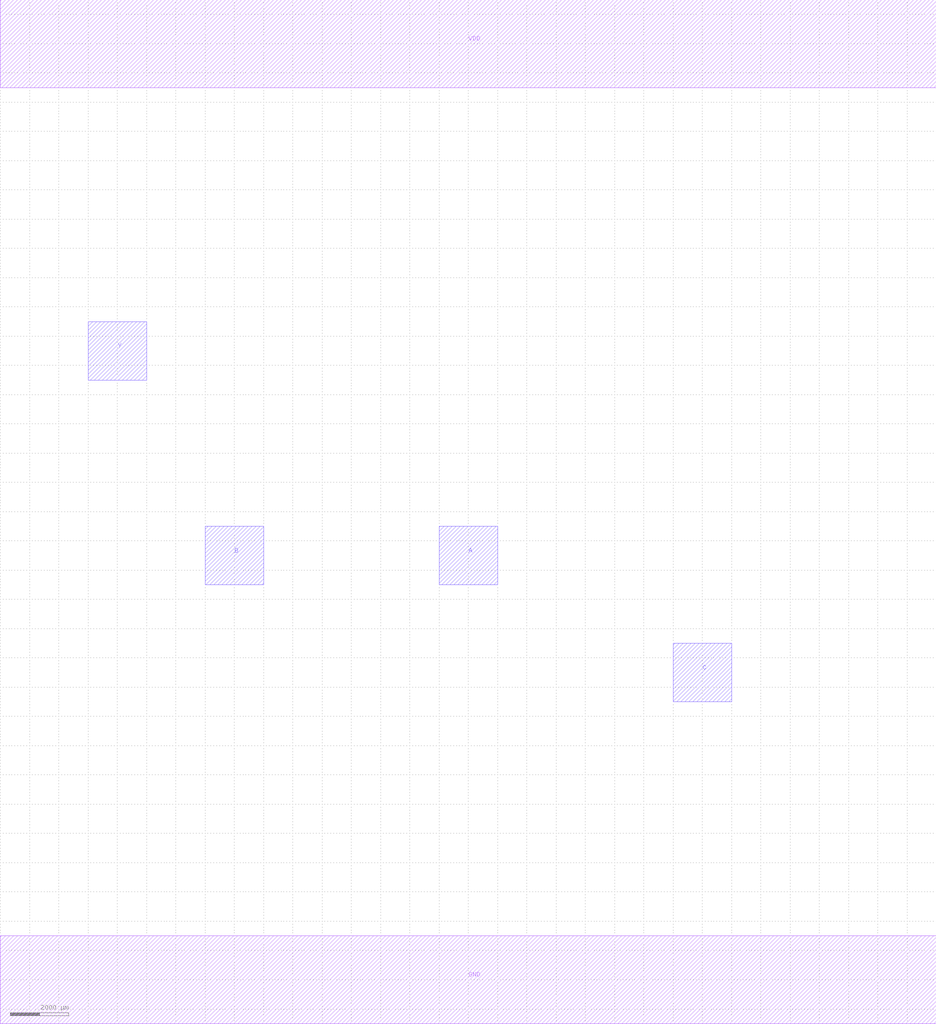
<source format=lef>
MACRO OAI21X1
 CLASS CORE ;
 ORIGIN 0 0 ;
 FOREIGN OAI21X1 0 0 ;
 SITE CORE ;
 SYMMETRY X Y R90 ;
  PIN VDD
   DIRECTION INOUT ;
   USE SIGNAL ;
   SHAPE ABUTMENT ;
    PORT
     CLASS CORE ;
       LAYER metal1 ;
        RECT 0.00000000 30500.00000000 32000.00000000 33500.00000000 ;
    END
  END VDD

  PIN GND
   DIRECTION INOUT ;
   USE SIGNAL ;
   SHAPE ABUTMENT ;
    PORT
     CLASS CORE ;
       LAYER metal1 ;
        RECT 0.00000000 -1500.00000000 32000.00000000 1500.00000000 ;
    END
  END GND

  PIN B
   DIRECTION INOUT ;
   USE SIGNAL ;
   SHAPE ABUTMENT ;
    PORT
     CLASS CORE ;
       LAYER metal2 ;
        RECT 7000.00000000 13500.00000000 9000.00000000 15500.00000000 ;
    END
  END B

  PIN A
   DIRECTION INOUT ;
   USE SIGNAL ;
   SHAPE ABUTMENT ;
    PORT
     CLASS CORE ;
       LAYER metal2 ;
        RECT 15000.00000000 13500.00000000 17000.00000000 15500.00000000 ;
    END
  END A

  PIN C
   DIRECTION INOUT ;
   USE SIGNAL ;
   SHAPE ABUTMENT ;
    PORT
     CLASS CORE ;
       LAYER metal2 ;
        RECT 23000.00000000 9500.00000000 25000.00000000 11500.00000000 ;
    END
  END C

  PIN Y
   DIRECTION INOUT ;
   USE SIGNAL ;
   SHAPE ABUTMENT ;
    PORT
     CLASS CORE ;
       LAYER metal2 ;
        RECT 3000.00000000 20500.00000000 5000.00000000 22500.00000000 ;
    END
  END Y


END OAI21X1

</source>
